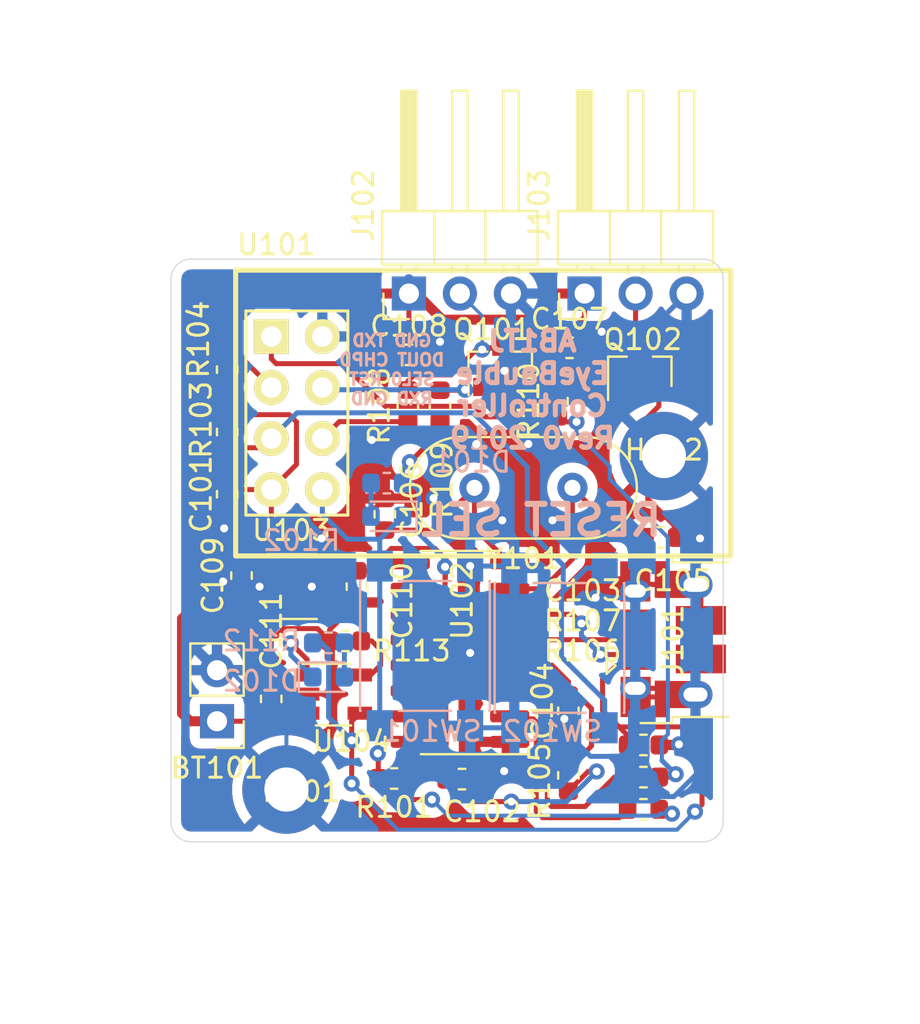
<source format=kicad_pcb>
(kicad_pcb (version 20190907) (host pcbnew "(5.99.0-286-g11f0acefe)")
  (layers (0 "F.Cu" signal) (31 "B.Cu" signal) (34 "B.Paste" user hide) (35 "F.Paste" user hide) (36 "B.SilkS" user) (37 "F.SilkS" user) (38 "B.Mask" user hide) (39 "F.Mask" user hide) (44 "Edge.Cuts" user))
  (net 0 "")
  (net 1 "GND")
  (net 2 "+BATT")
  (net 3 "+3V3")
  (net 4 "+5V")
  (net 5 "Net-(C104-Pad1)")
  (net 6 "Net-(C105-Pad1)")
  (net 7 "Net-(C106-Pad1)")
  (net 8 "Net-(D101-Pad2)")
  (net 9 "Net-(D101-Pad1)")
  (net 10 "Net-(J101-Pad3)")
  (net 11 "Net-(J101-Pad2)")
  (net 12 "/LED1")
  (net 13 "/LED2")
  (net 14 "/DOUT")
  (net 15 "Net-(R103-Pad2)")
  (net 16 "Net-(R106-Pad2)")
  (net 17 "/SEL1")
  (net 18 "/SEL0")
  (net 19 "Net-(D102-Pad2)")
  (net 20 "Net-(D102-Pad1)")
  (net 21 "Net-(R104-Pad2)")
  (net 22 "Net-(R107-Pad2)")
  (net 23 "Net-(R113-Pad1)")
  (module "MountingHole:MountingHole_2.2mm_M2_Pad" (layer "F.Cu") (at 150.55 49.8)
    (fp_text reference "H102" (at 0 -0.3) (layer "F.SilkS"))
    (fp_text value "MountingHole_Pad")
    (pad "1" thru_hole circle (at 0 0) (size 4.4 4.4) (drill 2.2) (layers *.Cu *.Mask) (net 1 "GND"))
  )
  (module "MountingHole:MountingHole_2.2mm_M2_Pad" (layer "F.Cu") (at 131.75 66.4)
    (fp_text reference "H101" (at 0.75 0.1) (layer "F.SilkS"))
    (fp_text value "MountingHole_Pad")
    (pad "1" thru_hole circle (at 0 0) (size 4.4 4.4) (drill 2.2) (layers *.Cu *.Mask) (net 1 "GND"))
  )
  (module "ESP8266:ESP-01" (layer "F.Cu") (at 131 43.85)
    (fp_text reference "U101" (at 0.254 -4.572) (layer "F.SilkS"))
    (fp_text value "ESP-01v090")
    (pad "8" thru_hole oval (at 2.54 7.62) (size 1.7272 1.7272) (drill 1.016) (layers *.Cu *.Mask "F.SilkS") (net 9 "Net-(D101-Pad1)"))
    (pad "7" thru_hole oval (at 0 7.62) (size 1.7272 1.7272) (drill 1.016) (layers *.Cu *.Mask "F.SilkS") (net 3 "+3V3"))
    (pad "6" thru_hole oval (at 2.54 5.08) (size 1.7272 1.7272) (drill 1.016) (layers *.Cu *.Mask "F.SilkS") (net 18 "/SEL0"))
    (pad "5" thru_hole oval (at 0 5.08) (size 1.7272 1.7272) (drill 1.016) (layers *.Cu *.Mask "F.SilkS") (net 15 "Net-(R103-Pad2)"))
    (pad "4" thru_hole oval (at 2.54 2.54) (size 1.7272 1.7272) (drill 1.016) (layers *.Cu *.Mask "F.SilkS") (net 14 "/DOUT"))
    (pad "3" thru_hole oval (at 0 2.54) (size 1.7272 1.7272) (drill 1.016) (layers *.Cu *.Mask "F.SilkS") (net 21 "Net-(R104-Pad2)"))
    (pad "2" thru_hole oval (at 2.54 0) (size 1.7272 1.7272) (drill 1.016) (layers *.Cu *.Mask "F.SilkS") (net 1 "GND"))
    (pad "1" thru_hole rect (at 0 0) (size 1.7272 1.7272) (drill 1.016) (layers *.Cu *.Mask "F.SilkS") (net 17 "/SEL1"))
  )
  (module "Crystal:Crystal_HC49-U_Vertical" (layer "F.Cu") (at 145.99375 51.38125 180)
    (fp_text reference "Y101" (at 2.44 -3.525) (layer "F.SilkS"))
    (fp_text value "Crystal")
    (pad "2" thru_hole circle (at 4.88 0 180) (size 1.5 1.5) (drill 0.8) (layers *.Cu *.Mask) (net 7 "Net-(C106-Pad1)"))
    (pad "1" thru_hole circle (at 0 0 180) (size 1.5 1.5) (drill 0.8) (layers *.Cu *.Mask) (net 6 "Net-(C105-Pad1)"))
  )
  (module "Package_TO_SOT_SMD:TSOT-23-5" (layer "F.Cu") (at 134.093751 61.649999)
    (fp_text reference "U104" (at 0.906249 2.350001) (layer "F.SilkS"))
    (fp_text value "LTC4054ES5-4.2")
    (pad "5" smd rect (at 1.31 -0.95) (size 1.22 0.65) (layers "F.Cu" "F.Paste" "F.Mask") (net 23 "Net-(R113-Pad1)"))
    (pad "4" smd rect (at 1.31 0.95) (size 1.22 0.65) (layers "F.Cu" "F.Paste" "F.Mask") (net 4 "+5V"))
    (pad "3" smd rect (at -1.31 0.95) (size 1.22 0.65) (layers "F.Cu" "F.Paste" "F.Mask") (net 2 "+BATT"))
    (pad "2" smd rect (at -1.31 0) (size 1.22 0.65) (layers "F.Cu" "F.Paste" "F.Mask") (net 1 "GND"))
    (pad "1" smd rect (at -1.31 -0.95) (size 1.22 0.65) (layers "F.Cu" "F.Paste" "F.Mask") (net 20 "Net-(D102-Pad1)"))
  )
  (module "Package_TO_SOT_SMD:SOT-23-5" (layer "F.Cu") (at 132.3625 56.3)
    (fp_text reference "U103" (at -0.3625 -2.8) (layer "F.SilkS"))
    (fp_text value "AP131-33")
    (pad "5" smd rect (at 1.1 -0.95) (size 1.06 0.65) (layers "F.Cu" "F.Paste" "F.Mask") (net 3 "+3V3"))
    (pad "4" smd rect (at 1.1 0.95) (size 1.06 0.65) (layers "F.Cu" "F.Paste" "F.Mask"))
    (pad "3" smd rect (at -1.1 0.95) (size 1.06 0.65) (layers "F.Cu" "F.Paste" "F.Mask") (net 2 "+BATT"))
    (pad "2" smd rect (at -1.1 0) (size 1.06 0.65) (layers "F.Cu" "F.Paste" "F.Mask") (net 1 "GND"))
    (pad "1" smd rect (at -1.1 -0.95) (size 1.06 0.65) (layers "F.Cu" "F.Paste" "F.Mask") (net 2 "+BATT"))
  )
  (module "Package_SO:SOIC-16_3.9x9.9mm_P1.27mm" (layer "F.Cu") (at 140.39375 59.58125 180)
    (fp_text reference "U102" (at -0.10625 2.58125 90) (layer "F.SilkS"))
    (fp_text value "CH340G")
    (pad "16" smd roundrect (at 2.475 -4.445 180) (size 1.95 0.6) (layers "F.Cu" "F.Paste" "F.Mask") (net 3 "+3V3"))
    (pad "15" smd roundrect (at 2.475 -3.175 180) (size 1.95 0.6) (layers "F.Cu" "F.Paste" "F.Mask"))
    (pad "14" smd roundrect (at 2.475 -1.905 180) (size 1.95 0.6) (layers "F.Cu" "F.Paste" "F.Mask"))
    (pad "13" smd roundrect (at 2.475 -0.635 180) (size 1.95 0.6) (layers "F.Cu" "F.Paste" "F.Mask"))
    (pad "12" smd roundrect (at 2.475 0.635 180) (size 1.95 0.6) (layers "F.Cu" "F.Paste" "F.Mask"))
    (pad "11" smd roundrect (at 2.475 1.905 180) (size 1.95 0.6) (layers "F.Cu" "F.Paste" "F.Mask"))
    (pad "10" smd roundrect (at 2.475 3.175 180) (size 1.95 0.6) (layers "F.Cu" "F.Paste" "F.Mask"))
    (pad "9" smd roundrect (at 2.475 4.445 180) (size 1.95 0.6) (layers "F.Cu" "F.Paste" "F.Mask"))
    (pad "8" smd roundrect (at -2.475 4.445 180) (size 1.95 0.6) (layers "F.Cu" "F.Paste" "F.Mask") (net 7 "Net-(C106-Pad1)"))
    (pad "7" smd roundrect (at -2.475 3.175 180) (size 1.95 0.6) (layers "F.Cu" "F.Paste" "F.Mask") (net 6 "Net-(C105-Pad1)"))
    (pad "6" smd roundrect (at -2.475 1.905 180) (size 1.95 0.6) (layers "F.Cu" "F.Paste" "F.Mask") (net 11 "Net-(J101-Pad2)"))
    (pad "5" smd roundrect (at -2.475 0.635 180) (size 1.95 0.6) (layers "F.Cu" "F.Paste" "F.Mask") (net 10 "Net-(J101-Pad3)"))
    (pad "4" smd roundrect (at -2.475 -0.635 180) (size 1.95 0.6) (layers "F.Cu" "F.Paste" "F.Mask") (net 5 "Net-(C104-Pad1)"))
    (pad "3" smd roundrect (at -2.475 -1.905 180) (size 1.95 0.6) (layers "F.Cu" "F.Paste" "F.Mask") (net 22 "Net-(R107-Pad2)"))
    (pad "2" smd roundrect (at -2.475 -3.175 180) (size 1.95 0.6) (layers "F.Cu" "F.Paste" "F.Mask") (net 16 "Net-(R106-Pad2)"))
    (pad "1" smd roundrect (at -2.475 -4.445 180) (size 1.95 0.6) (layers "F.Cu" "F.Paste" "F.Mask") (net 1 "GND"))
  )
  (module "Button_Switch_SMD:SW_Push_1P1T_NO_6x6mm_H9.5mm" (layer "B.Cu") (at 145.35 59.35 90)
    (fp_text reference "SW102" (at -4.15 -0.35 180) (layer "B.SilkS") (effects (justify mirror)))
    (fp_text value "SW_Push")
    (pad "2" smd rect (at 3.975 -2.25 90) (size 1.55 1.3) (layers "B.Cu" "B.Paste" "B.Mask") (net 1 "GND"))
    (pad "1" smd rect (at 3.975 2.25 90) (size 1.55 1.3) (layers "B.Cu" "B.Paste" "B.Mask") (net 15 "Net-(R103-Pad2)"))
    (pad "1" smd rect (at -3.975 2.25 90) (size 1.55 1.3) (layers "B.Cu" "B.Paste" "B.Mask") (net 15 "Net-(R103-Pad2)"))
    (pad "2" smd rect (at -3.975 -2.25 90) (size 1.55 1.3) (layers "B.Cu" "B.Paste" "B.Mask") (net 1 "GND"))
  )
  (module "Button_Switch_SMD:SW_Push_1P1T_NO_6x6mm_H9.5mm" (layer "B.Cu") (at 138.65 59.25 90)
    (fp_text reference "SW101" (at -4.25 0.35 180) (layer "B.SilkS") (effects (justify mirror)))
    (fp_text value "SW_Push")
    (pad "2" smd rect (at 3.975 -2.25 90) (size 1.55 1.3) (layers "B.Cu" "B.Paste" "B.Mask") (net 9 "Net-(D101-Pad1)"))
    (pad "1" smd rect (at 3.975 2.25 90) (size 1.55 1.3) (layers "B.Cu" "B.Paste" "B.Mask") (net 1 "GND"))
    (pad "1" smd rect (at -3.975 2.25 90) (size 1.55 1.3) (layers "B.Cu" "B.Paste" "B.Mask") (net 1 "GND"))
    (pad "2" smd rect (at -3.975 -2.25 90) (size 1.55 1.3) (layers "B.Cu" "B.Paste" "B.Mask") (net 9 "Net-(D101-Pad1)"))
  )
  (module "Resistor_SMD:R_0603_1608Metric" (layer "F.Cu") (at 134.69375 59 180)
    (fp_text reference "R113" (at -3.30625 -0.5) (layer "F.SilkS"))
    (fp_text value "1.65K")
    (pad "2" smd roundrect (at 0.7875 0 180) (size 0.875 0.95) (layers "F.Cu" "F.Paste" "F.Mask") (net 1 "GND"))
    (pad "1" smd roundrect (at -0.7875 0 180) (size 0.875 0.95) (layers "F.Cu" "F.Paste" "F.Mask") (net 23 "Net-(R113-Pad1)"))
  )
  (module "Resistor_SMD:R_0603_1608Metric" (layer "B.Cu") (at 133.85 59.1)
    (fp_text reference "R112" (at -3.35 -0.1) (layer "B.SilkS") (effects (justify mirror)))
    (fp_text value "470")
    (pad "2" smd roundrect (at 0.7875 0) (size 0.875 0.95) (layers "B.Cu" "B.Paste" "B.Mask") (net 19 "Net-(D102-Pad2)"))
    (pad "1" smd roundrect (at -0.7875 0) (size 0.875 0.95) (layers "B.Cu" "B.Paste" "B.Mask") (net 4 "+5V"))
  )
  (module "Resistor_SMD:R_0603_1608Metric" (layer "F.Cu") (at 145.25 47.062498 90)
    (fp_text reference "R110" (at 0 -1.43 90) (layer "F.SilkS"))
    (fp_text value "2k2")
    (pad "2" smd roundrect (at 0.7875 0 90) (size 0.875 0.95) (layers "F.Cu" "F.Paste" "F.Mask") (net 13 "/LED2"))
    (pad "1" smd roundrect (at -0.7875 0 90) (size 0.875 0.95) (layers "F.Cu" "F.Paste" "F.Mask") (net 17 "/SEL1"))
  )
  (module "Resistor_SMD:R_0603_1608Metric" (layer "F.Cu") (at 139.4 47.312498 90)
    (fp_text reference "R109" (at -3.687502 0.1 90) (layer "F.SilkS"))
    (fp_text value "R")
    (pad "2" smd roundrect (at 0.7875 0 90) (size 0.875 0.95) (layers "F.Cu" "F.Paste" "F.Mask") (net 14 "/DOUT"))
    (pad "1" smd roundrect (at -0.7875 0 90) (size 0.875 0.95) (layers "F.Cu" "F.Paste" "F.Mask") (net 3 "+3V3"))
  )
  (module "Resistor_SMD:R_0603_1608Metric" (layer "F.Cu") (at 137.8 47.3 90)
    (fp_text reference "R108" (at 0 -1.43 90) (layer "F.SilkS"))
    (fp_text value "2k2")
    (pad "2" smd roundrect (at 0.7875 0 90) (size 0.875 0.95) (layers "F.Cu" "F.Paste" "F.Mask") (net 12 "/LED1"))
    (pad "1" smd roundrect (at -0.7875 0 90) (size 0.875 0.95) (layers "F.Cu" "F.Paste" "F.Mask") (net 18 "/SEL0"))
  )
  (module "Resistor_SMD:R_0603_1608Metric" (layer "F.Cu") (at 149.531251 65.781249 180)
    (fp_text reference "R107" (at 3.031251 7.781249) (layer "F.SilkS"))
    (fp_text value "1k")
    (pad "2" smd roundrect (at 0.7875 0 180) (size 0.875 0.95) (layers "F.Cu" "F.Paste" "F.Mask") (net 22 "Net-(R107-Pad2)"))
    (pad "1" smd roundrect (at -0.7875 0 180) (size 0.875 0.95) (layers "F.Cu" "F.Paste" "F.Mask") (net 17 "/SEL1"))
  )
  (module "Resistor_SMD:R_0603_1608Metric" (layer "F.Cu") (at 149.531251 67.381251 180)
    (fp_text reference "R106" (at 3.031251 7.881251) (layer "F.SilkS"))
    (fp_text value "1k")
    (pad "2" smd roundrect (at 0.7875 0 180) (size 0.875 0.95) (layers "F.Cu" "F.Paste" "F.Mask") (net 16 "Net-(R106-Pad2)"))
    (pad "1" smd roundrect (at -0.7875 0 180) (size 0.875 0.95) (layers "F.Cu" "F.Paste" "F.Mask") (net 9 "Net-(D101-Pad1)"))
  )
  (module "Resistor_SMD:R_0603_1608Metric" (layer "F.Cu") (at 145.793748 65.693749 90)
    (fp_text reference "R105" (at -0.306251 -1.43 90) (layer "F.SilkS"))
    (fp_text value "0")
    (pad "2" smd roundrect (at 0.7875 0 90) (size 0.875 0.95) (layers "F.Cu" "F.Paste" "F.Mask") (net 3 "+3V3"))
    (pad "1" smd roundrect (at -0.7875 0 90) (size 0.875 0.95) (layers "F.Cu" "F.Paste" "F.Mask") (net 5 "Net-(C104-Pad1)"))
  )
  (module "Resistor_SMD:R_0603_1608Metric" (layer "F.Cu") (at 128.8 45.5 90)
    (fp_text reference "R104" (at 1.5 -1.43 90) (layer "F.SilkS"))
    (fp_text value "10K")
    (pad "2" smd roundrect (at 0.7875 0 90) (size 0.875 0.95) (layers "F.Cu" "F.Paste" "F.Mask") (net 21 "Net-(R104-Pad2)"))
    (pad "1" smd roundrect (at -0.7875 0 90) (size 0.875 0.95) (layers "F.Cu" "F.Paste" "F.Mask") (net 3 "+3V3"))
  )
  (module "Resistor_SMD:R_0603_1608Metric" (layer "F.Cu") (at 128.8 48.6 -90)
    (fp_text reference "R103" (at -0.6 1.3 90) (layer "F.SilkS"))
    (fp_text value "10K")
    (pad "2" smd roundrect (at 0.7875 0 270) (size 0.875 0.95) (layers "F.Cu" "F.Paste" "F.Mask") (net 15 "Net-(R103-Pad2)"))
    (pad "1" smd roundrect (at -0.7875 0 270) (size 0.875 0.95) (layers "F.Cu" "F.Paste" "F.Mask") (net 3 "+3V3"))
  )
  (module "Resistor_SMD:R_0603_1608Metric" (layer "B.Cu") (at 136.75 51.15 180)
    (fp_text reference "R102" (at 4.25 -2.85) (layer "B.SilkS") (effects (justify mirror)))
    (fp_text value "R")
    (pad "2" smd roundrect (at 0.7875 0 180) (size 0.875 0.95) (layers "B.Cu" "B.Paste" "B.Mask") (net 8 "Net-(D101-Pad2)"))
    (pad "1" smd roundrect (at -0.7875 0 180) (size 0.875 0.95) (layers "B.Cu" "B.Paste" "B.Mask") (net 3 "+3V3"))
  )
  (module "Resistor_SMD:R_0603_1608Metric" (layer "F.Cu") (at 137.112499 65.85 180)
    (fp_text reference "R101" (at 0 -1.43 180) (layer "F.SilkS"))
    (fp_text value "10K")
    (pad "2" smd roundrect (at 0.7875 0 180) (size 0.875 0.95) (layers "F.Cu" "F.Paste" "F.Mask") (net 9 "Net-(D101-Pad1)"))
    (pad "1" smd roundrect (at -0.7875 0 180) (size 0.875 0.95) (layers "F.Cu" "F.Paste" "F.Mask") (net 3 "+3V3"))
  )
  (module "Package_TO_SOT_SMD:SOT-23" (layer "F.Cu") (at 149.35 45.612498 90)
    (fp_text reference "Q102" (at 1.612498 0.15 180) (layer "F.SilkS"))
    (fp_text value "Q_NMOS_GSD")
    (pad "3" smd rect (at 1 0 90) (size 0.9 0.8) (layers "F.Cu" "F.Paste" "F.Mask") (net 13 "/LED2"))
    (pad "2" smd rect (at -1 0.95 90) (size 0.9 0.8) (layers "F.Cu" "F.Paste" "F.Mask") (net 1 "GND"))
    (pad "1" smd rect (at -1 -0.95 90) (size 0.9 0.8) (layers "F.Cu" "F.Paste" "F.Mask") (net 14 "/DOUT"))
  )
  (module "Package_TO_SOT_SMD:SOT-23" (layer "F.Cu") (at 142.400001 45.362498 90)
    (fp_text reference "Q101" (at 1.862498 -0.400001 180) (layer "F.SilkS"))
    (fp_text value "Q_NMOS_GSD")
    (pad "3" smd rect (at 1 0 90) (size 0.9 0.8) (layers "F.Cu" "F.Paste" "F.Mask") (net 12 "/LED1"))
    (pad "2" smd rect (at -1 0.95 90) (size 0.9 0.8) (layers "F.Cu" "F.Paste" "F.Mask") (net 1 "GND"))
    (pad "1" smd rect (at -1 -0.95 90) (size 0.9 0.8) (layers "F.Cu" "F.Paste" "F.Mask") (net 14 "/DOUT"))
  )
  (module "Connector_PinHeader_2.54mm:PinHeader_1x03_P2.54mm_Horizontal" (layer "F.Cu") (at 146.600001 41.712497 90)
    (fp_text reference "J103" (at 4.385 -2.27 90) (layer "F.SilkS"))
    (fp_text value "Conn_01x03_Female")
    (pad "3" thru_hole oval (at 0 5.08 90) (size 1.7 1.7) (drill 1) (layers *.Cu *.Mask) (net 1 "GND"))
    (pad "2" thru_hole oval (at 0 2.54 90) (size 1.7 1.7) (drill 1) (layers *.Cu *.Mask) (net 13 "/LED2"))
    (pad "1" thru_hole rect (at 0 0 90) (size 1.7 1.7) (drill 1) (layers *.Cu *.Mask) (net 2 "+BATT"))
  )
  (module "Connector_PinHeader_2.54mm:PinHeader_1x03_P2.54mm_Horizontal" (layer "F.Cu") (at 137.850001 41.712498 90)
    (fp_text reference "J102" (at 4.385 -2.27 90) (layer "F.SilkS"))
    (fp_text value "Conn_01x03_Female")
    (pad "3" thru_hole oval (at 0 5.08 90) (size 1.7 1.7) (drill 1) (layers *.Cu *.Mask) (net 1 "GND"))
    (pad "2" thru_hole oval (at 0 2.54 90) (size 1.7 1.7) (drill 1) (layers *.Cu *.Mask) (net 12 "/LED1"))
    (pad "1" thru_hole rect (at 0 0 90) (size 1.7 1.7) (drill 1) (layers *.Cu *.Mask) (net 2 "+BATT"))
  )
  (module "Connector_USB:USB_Micro-B_Amphenol_10103594-0001LF_Horizontal" (layer "F.Cu") (at 151.00875 58.916251 90)
    (fp_text reference "J101" (at -0.083749 -0.00875 90) (layer "F.SilkS"))
    (fp_text value "USB_B_Micro")
    (pad "6" smd rect (at 0.935 1.385 180) (size 2.5 1.43) (layers "F.Cu" "F.Paste" "F.Mask") (net 1 "GND"))
    (pad "6" smd rect (at -0.985 1.385 180) (size 2.5 1.43) (layers "F.Cu" "F.Paste" "F.Mask") (net 1 "GND"))
    (pad "6" thru_hole oval (at 2.705 1.115 180) (size 1.7 1.35) (drill oval 1.2 0.7) (layers *.Cu *.Mask) (net 1 "GND"))
    (pad "6" thru_hole oval (at -2.755 1.115 180) (size 1.7 1.35) (drill oval 1.2 0.7) (layers *.Cu *.Mask) (net 1 "GND"))
    (pad "6" thru_hole oval (at 2.395 -1.885 180) (size 1.5 1.1) (drill oval 1.05 0.65) (layers *.Cu *.Mask) (net 1 "GND"))
    (pad "6" thru_hole oval (at -2.445 -1.885 180) (size 1.5 1.1) (drill oval 1.05 0.65) (layers *.Cu *.Mask) (net 1 "GND"))
    (pad "5" smd rect (at 1.275 -1.765 180) (size 1.65 0.4) (layers "F.Cu" "F.Paste" "F.Mask") (net 1 "GND"))
    (pad "4" smd rect (at 0.625 -1.765 180) (size 1.65 0.4) (layers "F.Cu" "F.Paste" "F.Mask"))
    (pad "3" smd rect (at -0.025 -1.765 180) (size 1.65 0.4) (layers "F.Cu" "F.Paste" "F.Mask") (net 10 "Net-(J101-Pad3)"))
    (pad "2" smd rect (at -0.675 -1.765 180) (size 1.65 0.4) (layers "F.Cu" "F.Paste" "F.Mask") (net 11 "Net-(J101-Pad2)"))
    (pad "1" smd rect (at -1.325 -1.765 180) (size 1.65 0.4) (layers "F.Cu" "F.Paste" "F.Mask") (net 4 "+5V"))
    (pad "6" smd rect (at 2.875 -1.885 90) (size 2 1.5) (layers "F.Cu" "F.Paste" "F.Mask") (net 1 "GND"))
    (pad "6" smd rect (at -2.875 -1.865 90) (size 2 1.5) (layers "F.Cu" "F.Paste" "F.Mask") (net 1 "GND"))
    (pad "6" smd rect (at 2.975 -0.565 90) (size 1.825 0.7) (layers "F.Cu" "F.Paste" "F.Mask") (net 1 "GND"))
    (pad "6" smd rect (at -2.975 -0.565 90) (size 1.825 0.7) (layers "F.Cu" "F.Paste" "F.Mask") (net 1 "GND"))
    (pad "6" smd rect (at -2.755 0.185 90) (size 1.35 2) (layers "F.Cu" "F.Paste" "F.Mask") (net 1 "GND"))
    (pad "6" smd rect (at 2.725 0.185 90) (size 1.35 2) (layers "F.Cu" "F.Paste" "F.Mask") (net 1 "GND"))
  )
  (module "LED_SMD:LED_0603_1608Metric" (layer "B.Cu") (at 133.85 60.8)
    (fp_text reference "D102" (at -3.35 0.2) (layer "B.SilkS") (effects (justify mirror)))
    (fp_text value "LED")
    (pad "2" smd roundrect (at 0.7875 0) (size 0.875 0.95) (layers "B.Cu" "B.Paste" "B.Mask") (net 19 "Net-(D102-Pad2)"))
    (pad "1" smd roundrect (at -0.7875 0) (size 0.875 0.95) (layers "B.Cu" "B.Paste" "B.Mask") (net 20 "Net-(D102-Pad1)"))
  )
  (module "LED_SMD:LED_0603_1608Metric" (layer "B.Cu") (at 136.75 52.8 180)
    (fp_text reference "D101" (at -4.25 2.7) (layer "B.SilkS") (effects (justify mirror)))
    (fp_text value "LED")
    (pad "2" smd roundrect (at 0.7875 0 180) (size 0.875 0.95) (layers "B.Cu" "B.Paste" "B.Mask") (net 8 "Net-(D101-Pad2)"))
    (pad "1" smd roundrect (at -0.7875 0 180) (size 0.875 0.95) (layers "B.Cu" "B.Paste" "B.Mask") (net 9 "Net-(D101-Pad1)"))
  )
  (module "Capacitor_SMD:C_0603_1608Metric" (layer "F.Cu") (at 130.99375 61.887503 90)
    (fp_text reference "C111" (at 3.387503 0.00625 90) (layer "F.SilkS"))
    (fp_text value "C")
    (pad "2" smd roundrect (at 0.7875 0 90) (size 0.875 0.95) (layers "F.Cu" "F.Paste" "F.Mask") (net 1 "GND"))
    (pad "1" smd roundrect (at -0.7875 0 90) (size 0.875 0.95) (layers "F.Cu" "F.Paste" "F.Mask") (net 2 "+BATT"))
  )
  (module "Capacitor_SMD:C_0603_1608Metric" (layer "F.Cu") (at 135.2625 56.3 90)
    (fp_text reference "C110" (at -0.7 2.2375 90) (layer "F.SilkS"))
    (fp_text value "C")
    (pad "2" smd roundrect (at 0.7875 0 90) (size 0.875 0.95) (layers "F.Cu" "F.Paste" "F.Mask") (net 3 "+3V3"))
    (pad "1" smd roundrect (at -0.7875 0 90) (size 0.875 0.95) (layers "F.Cu" "F.Paste" "F.Mask") (net 1 "GND"))
  )
  (module "Capacitor_SMD:C_0603_1608Metric" (layer "F.Cu") (at 129.5125 55.75 90)
    (fp_text reference "C109" (at 0 -1.43 90) (layer "F.SilkS"))
    (fp_text value "C")
    (pad "2" smd roundrect (at 0.7875 0 90) (size 0.875 0.95) (layers "F.Cu" "F.Paste" "F.Mask") (net 2 "+BATT"))
    (pad "1" smd roundrect (at -0.7875 0 90) (size 0.875 0.95) (layers "F.Cu" "F.Paste" "F.Mask") (net 1 "GND"))
  )
  (module "Capacitor_SMD:C_0603_1608Metric" (layer "F.Cu") (at 137.85 44.762497)
    (fp_text reference "C108" (at 0 -1.43) (layer "F.SilkS"))
    (fp_text value "C")
    (pad "2" smd roundrect (at 0.7875 0) (size 0.875 0.95) (layers "F.Cu" "F.Paste" "F.Mask") (net 1 "GND"))
    (pad "1" smd roundrect (at -0.7875 0) (size 0.875 0.95) (layers "F.Cu" "F.Paste" "F.Mask") (net 2 "+BATT"))
  )
  (module "Capacitor_SMD:C_0603_1608Metric" (layer "F.Cu") (at 145.85 44.412498)
    (fp_text reference "C107" (at 0 -1.43) (layer "F.SilkS"))
    (fp_text value "C")
    (pad "2" smd roundrect (at 0.7875 0) (size 0.875 0.95) (layers "F.Cu" "F.Paste" "F.Mask") (net 1 "GND"))
    (pad "1" smd roundrect (at -0.7875 0) (size 0.875 0.95) (layers "F.Cu" "F.Paste" "F.Mask") (net 2 "+BATT"))
  )
  (module "Capacitor_SMD:C_0603_1608Metric" (layer "F.Cu") (at 136.65 52.7 90)
    (fp_text reference "C106" (at 0.7 1.35 90) (layer "F.SilkS"))
    (fp_text value "C")
    (pad "2" smd roundrect (at 0.7875 0 90) (size 0.875 0.95) (layers "F.Cu" "F.Paste" "F.Mask") (net 1 "GND"))
    (pad "1" smd roundrect (at -0.7875 0 90) (size 0.875 0.95) (layers "F.Cu" "F.Paste" "F.Mask") (net 7 "Net-(C106-Pad1)"))
  )
  (module "Capacitor_SMD:C_0603_1608Metric" (layer "F.Cu") (at 150.4 53.85)
    (fp_text reference "C105" (at 0.6 2.15) (layer "F.SilkS"))
    (fp_text value "C")
    (pad "2" smd roundrect (at 0.7875 0) (size 0.875 0.95) (layers "F.Cu" "F.Paste" "F.Mask") (net 1 "GND"))
    (pad "1" smd roundrect (at -0.7875 0) (size 0.875 0.95) (layers "F.Cu" "F.Paste" "F.Mask") (net 6 "Net-(C105-Pad1)"))
  )
  (module "Capacitor_SMD:C_0603_1608Metric" (layer "F.Cu") (at 145.79375 62.48125 -90)
    (fp_text reference "C104" (at -0.48125 1.29375 90) (layer "F.SilkS"))
    (fp_text value "C")
    (pad "2" smd roundrect (at 0.7875 0 270) (size 0.875 0.95) (layers "F.Cu" "F.Paste" "F.Mask") (net 1 "GND"))
    (pad "1" smd roundrect (at -0.7875 0 270) (size 0.875 0.95) (layers "F.Cu" "F.Paste" "F.Mask") (net 5 "Net-(C104-Pad1)"))
  )
  (module "Capacitor_SMD:C_0603_1608Metric" (layer "F.Cu") (at 149.53125 64.18125)
    (fp_text reference "C103" (at -3.03125 -7.68125) (layer "F.SilkS"))
    (fp_text value "C")
    (pad "2" smd roundrect (at 0.7875 0) (size 0.875 0.95) (layers "F.Cu" "F.Paste" "F.Mask") (net 1 "GND"))
    (pad "1" smd roundrect (at -0.7875 0) (size 0.875 0.95) (layers "F.Cu" "F.Paste" "F.Mask") (net 4 "+5V"))
  )
  (module "Capacitor_SMD:C_0603_1608Metric" (layer "F.Cu") (at 140.493752 65.881249)
    (fp_text reference "C102" (at 1.006248 1.618751) (layer "F.SilkS"))
    (fp_text value "C")
    (pad "2" smd roundrect (at 0.7875 0) (size 0.875 0.95) (layers "F.Cu" "F.Paste" "F.Mask") (net 1 "GND"))
    (pad "1" smd roundrect (at -0.7875 0) (size 0.875 0.95) (layers "F.Cu" "F.Paste" "F.Mask") (net 3 "+3V3"))
  )
  (module "Capacitor_SMD:C_0603_1608Metric" (layer "F.Cu") (at 128.8 51.7 -90)
    (fp_text reference "C101" (at 0 1.3 90) (layer "F.SilkS"))
    (fp_text value "C")
    (pad "2" smd roundrect (at 0.7875 0 270) (size 0.875 0.95) (layers "F.Cu" "F.Paste" "F.Mask") (net 1 "GND"))
    (pad "1" smd roundrect (at -0.7875 0 270) (size 0.875 0.95) (layers "F.Cu" "F.Paste" "F.Mask") (net 3 "+3V3"))
  )
  (module "Connector_PinHeader_2.54mm:PinHeader_1x02_P2.54mm_Vertical" (layer "F.Cu") (at 128.29375 63 180)
    (fp_text reference "BT101" (at 0 -2.33) (layer "F.SilkS"))
    (fp_text value "Battery_Cell")
    (pad "2" thru_hole oval (at 0 2.54 180) (size 1.7 1.7) (drill 1) (layers *.Cu *.Mask) (net 1 "GND"))
    (pad "1" thru_hole rect (at 0 0 180) (size 1.7 1.7) (drill 1) (layers *.Cu *.Mask) (net 2 "+BATT"))
  )
  (gr_text "GND TXD\nDOUT CHPD\nSEL0 RST\nRXD GND" (at 137 45.5) (layer "B.SilkS") (effects (font (size 0.6 0.6)) (justify mirror)))
  (gr_text "AB1TJ\nEyeBauble\nController\nRev0 2019\n" (at 144 46.5) (layer "B.SilkS") (effects (font (size 1 1) (thickness 0.25)) (justify mirror)))
  (gr_text "SEL" (at 140.5 53) (layer "B.SilkS") (effects (font (size 1.5 1.5) (thickness 0.3)) (justify mirror)))
  (gr_text "RESET" (at 147 53) (layer "B.SilkS") (effects (font (size 1.5 1.5) (thickness 0.3)) (justify mirror)))
  (gr_line (start 126 41) (end 126 42) (layer "Edge.Cuts") (width 0.05))
  (gr_line (start 128 40) (end 127 40) (layer "Edge.Cuts") (width 0.05))
  (gr_arc (start 127 41) (end 127 40) (angle -90) (layer "Edge.Cuts") (width 0.05))
  (gr_line (start 152.499999 39.999999) (end 128 40) (layer "Edge.Cuts") (width 0.05))
  (gr_line (start 153.500001 43) (end 153.5 41.000002) (layer "Edge.Cuts") (width 0.05))
  (gr_arc (start 152.499998 41.000001) (end 153.5 41.000002) (angle -90) (layer "Edge.Cuts") (width 0.05))
  (gr_line (start 153.500001 68.000001) (end 153.500001 43) (layer "Edge.Cuts") (width 0.05))
  (gr_line (start 152 69) (end 152.499999 69.000001) (layer "Edge.Cuts") (width 0.05))
  (gr_arc (start 152.5 68) (end 152.499999 69.000001) (angle -90) (layer "Edge.Cuts") (width 0.05))
  (gr_line (start 126 68) (end 126 42) (layer "Edge.Cuts") (width 0.05))
  (gr_line (start 127 69) (end 152 69) (layer "Edge.Cuts") (width 0.05))
  (gr_arc (start 127 68) (end 126 68) (angle -90) (layer "Edge.Cuts") (width 0.05))
  (segment (start 142.600001 45.562498) (end 144.550001 43.612498) (width 0.5) (layer "B.Cu") (net 1))
  (segment (start 144.550001 43.612498) (end 144.83 43.612498) (width 0.5) (layer "B.Cu") (net 1))
  (segment (start 142.600001 45.562498) (end 142.034316 45.562498) (width 0.5) (layer "B.Cu") (net 1))
  (segment (start 142.034316 45.562498) (end 141.971818 45.5) (width 0.5) (layer "B.Cu") (net 1))
  (segment (start 141.971818 45.5) (end 140.5 45.5) (width 0.5) (layer "B.Cu") (net 1))
  (segment (start 140.5 45.5) (end 139.400001 44.400001) (width 0.5) (layer "B.Cu") (net 1))
  (segment (start 139.400001 44.400001) (end 139.400001 44.112498) (width 0.5) (layer "B.Cu") (net 1))
  (segment (start 142.930001 41.712498) (end 144.830002 43.612499) (width 0.5) (layer "B.Cu") (net 1))
  (segment (start 144.830002 43.612499) (end 147.450001 43.612499) (width 0.5) (layer "B.Cu") (net 1))
  (segment (start 135.35 41.35) (end 136.5 42.5) (width 0.5) (layer "B.Cu") (net 1))
  (segment (start 130.962798 41.35) (end 135.35 41.35) (width 0.5) (layer "B.Cu") (net 1))
  (segment (start 126.8 45.512798) (end 130.962798 41.35) (width 0.5) (layer "B.Cu") (net 1))
  (segment (start 136.5 42.5) (end 136.5 42.872499) (width 0.5) (layer "B.Cu") (net 1))
  (segment (start 126.8 58.96625) (end 126.8 45.512798) (width 0.5) (layer "B.Cu") (net 1))
  (segment (start 128.29375 60.46) (end 126.8 58.96625) (width 0.5) (layer "B.Cu") (net 1))
  (segment (start 136.5 42.872499) (end 137.739999 44.112498) (width 0.5) (layer "B.Cu") (net 1))
  (segment (start 137.739999 44.112498) (end 138.834316 44.112498) (width 0.5) (layer "B.Cu") (net 1))
  (segment (start 138.834316 44.112498) (end 139.400001 44.112498) (width 0.5) (layer "B.Cu") (net 1))
  (segment (start 139.512499 43.012499) (end 138.212498 41.712498) (width 0.5) (layer "F.Cu") (net 2))
  (segment (start 138.212498 41.712498) (end 137.850001 41.712498) (width 0.5) (layer "F.Cu") (net 2))
  (segment (start 145.250001 41.712497) (end 143.949999 43.012499) (width 0.5) (layer "F.Cu") (net 2))
  (segment (start 146.600001 41.712497) (end 145.250001 41.712497) (width 0.5) (layer "F.Cu") (net 2))
  (segment (start 143.949999 43.012499) (end 139.512499 43.012499) (width 0.5) (layer "F.Cu") (net 2))
  (segment (start 137.850001 41.712498) (end 137.850001 41.850001) (width 0.5) (layer "B.Cu") (net 2))
  (segment (start 141.5 44.5) (end 141.5 42.822497) (width 0.16) (layer "B.Cu") (net 12))
  (segment (start 141.5 42.822497) (end 140.390001 41.712498) (width 0.16) (layer "B.Cu") (net 12))
  (segment (start 141.349999 44.362497) (end 141.5 44.5) (width 0.25) (layer "F.Cu") (net 12))
  (segment (start 141.637502 44.362498) (end 141.5 44.5) (width 0.16) (layer "F.Cu") (net 12))
  (segment (start 141.5 44.5) (end 142.400001 44.362499) (width 0.25) (layer "F.Cu") (net 12))
  (segment (start 142.400001 44.362498) (end 141.637502 44.362498) (width 0.16) (layer "F.Cu") (net 12))
  (via (at 141.5 44.5) (size 0.8) (drill 0.4) (layers "F.Cu" "B.Cu") (net 12))
  (via (at 141.204662 49.204662) (size 0.8) (drill 0.4) (layers "F.Cu" "B.Cu") (net 1))
  (segment (start 141.204662 49.204662) (end 141.209325 49.2) (width 0.25) (layer "F.Cu") (net 1))
  (via (at 136 49) (size 0.8) (drill 0.4) (layers "F.Cu" "B.Cu") (net 1))
  (via (at 145 53) (size 0.8) (drill 0.4) (layers "F.Cu" "B.Cu") (net 1))
  (via (at 142.5 53) (size 0.8) (drill 0.4) (layers "F.Cu" "B.Cu") (net 1))
  (via (at 140.9 59.6) (size 0.8) (drill 0.4) (layers "F.Cu" "B.Cu") (net 1))
  (segment (start 140.9 59.6) (end 140.9 55.275) (width 0.25) (layer "B.Cu") (net 1))
  (segment (start 131.75 66.4) (end 131.75 63.288731) (width 0.2) (layer "B.Cu") (net 1))
  (segment (start 131.75 63.288731) (end 128.921269 60.46) (width 0.2) (layer "B.Cu") (net 1))
  (segment (start 128.921269 60.46) (end 128.29375 60.46) (width 0.2) (layer "B.Cu") (net 1))
  (segment (start 150.75 63.65) (end 150.45 63.95) (width 0.2) (layer "B.Cu") (net 17))
  (segment (start 150.45 63.95) (end 150.45 64.95) (width 0.2) (layer "B.Cu") (net 17))
  (segment (start 150.75 53.85) (end 150.75 63.65) (width 0.2) (layer "B.Cu") (net 17))
  (segment (start 147.85 50.95) (end 150.75 53.85) (width 0.2) (layer "B.Cu") (net 17))
  (segment (start 147.85 50.315685) (end 147.85 50.95) (width 0.2) (layer "B.Cu") (net 17))
  (segment (start 146.2 48.1) (end 146.2 48.665685) (width 0.2) (layer "B.Cu") (net 17))
  (segment (start 146.2 48.665685) (end 147.85 50.315685) (width 0.2) (layer "B.Cu") (net 17))
  (segment (start 135 65.5) (end 135 63.95) (width 0.25) (layer "F.Cu") (net 4))
  (segment (start 135 65.85) (end 135 65.5) (width 0.25) (layer "F.Cu") (net 4))
  (segment (start 135 66.1) (end 135 65.534315) (width 0.2) (layer "F.Cu") (net 4))
  (segment (start 135 65.534315) (end 135 65.5) (width 0.2) (layer "F.Cu") (net 4))
  (segment (start 137.3 68.4) (end 135 66.1) (width 0.2) (layer "B.Cu") (net 4))
  (via (at 135 66.1) (size 0.8) (drill 0.4) (layers "F.Cu" "B.Cu") (net 4))
  (segment (start 151.2 68.4) (end 137.3 68.4) (width 0.2) (layer "B.Cu") (net 4))
  (segment (start 152.1 67.5) (end 151.2 68.4) (width 0.2) (layer "B.Cu") (net 4))
  (segment (start 152.45 67.15) (end 152.1 67.5) (width 0.2) (layer "F.Cu") (net 4))
  (via (at 152.1 67.5) (size 0.8) (drill 0.4) (layers "F.Cu" "B.Cu") (net 4))
  (segment (start 139 66.9) (end 136.899999 66.9) (width 0.25) (layer "F.Cu") (net 9))
  (segment (start 139.8 67.7) (end 139 66.9) (width 0.2) (layer "B.Cu") (net 9))
  (via (at 139 66.9) (size 0.8) (drill 0.4) (layers "F.Cu" "B.Cu") (net 9))
  (segment (start 150.284315 67.7) (end 139.8 67.7) (width 0.2) (layer "B.Cu") (net 9))
  (segment (start 150.95 67.6) (end 150.384315 67.6) (width 0.2) (layer "B.Cu") (net 9))
  (segment (start 150.384315 67.6) (end 150.284315 67.7) (width 0.2) (layer "B.Cu") (net 9))
  (segment (start 150.731251 67.381251) (end 150.95 67.6) (width 0.2) (layer "F.Cu") (net 9))
  (segment (start 150.318751 67.381251) (end 150.731251 67.381251) (width 0.2) (layer "F.Cu") (net 9))
  (via (at 150.95 67.6) (size 0.8) (drill 0.4) (layers "F.Cu" "B.Cu") (net 9))
  (segment (start 152.35 53.9) (end 151.2375 53.9) (width 0.25) (layer "F.Cu") (net 1))
  (segment (start 151.2375 53.9) (end 151.1875 53.85) (width 0.25) (layer "F.Cu") (net 1))
  (segment (start 152.35 55.060001) (end 152.35 53.9) (width 0.25) (layer "B.Cu") (net 1))
  (via (at 152.35 53.9) (size 0.8) (drill 0.4) (layers "F.Cu" "B.Cu") (net 1))
  (segment (start 152.12375 56.211251) (end 152.12375 55.286251) (width 0.25) (layer "B.Cu") (net 1))
  (segment (start 152.12375 55.286251) (end 152.35 55.060001) (width 0.25) (layer "B.Cu") (net 1))
  (segment (start 147.15 56.85) (end 148.795001 56.85) (width 0.25) (layer "B.Cu") (net 1))
  (segment (start 148.795001 56.85) (end 149.12375 56.521251) (width 0.25) (layer "B.Cu") (net 1))
  (segment (start 147.15 57.4) (end 147.15 56.85) (width 0.25) (layer "F.Cu") (net 1))
  (segment (start 147.391251 57.641251) (end 147.15 57.4) (width 0.25) (layer "F.Cu") (net 1))
  (via (at 147.15 56.85) (size 0.8) (drill 0.4) (layers "F.Cu" "B.Cu") (net 1))
  (segment (start 149.24375 57.641251) (end 147.391251 57.641251) (width 0.25) (layer "F.Cu") (net 1))
  (segment (start 151.19375 56.191251) (end 149.27375 56.191251) (width 0.25) (layer "F.Cu") (net 1))
  (segment (start 149.27375 56.191251) (end 149.12375 56.041251) (width 0.25) (layer "F.Cu") (net 1))
  (segment (start 149.75 52.05) (end 149.8625 52.05) (width 0.25) (layer "F.Cu") (net 1))
  (segment (start 149.8625 52.05) (end 151.1875 53.375) (width 0.25) (layer "F.Cu") (net 1))
  (segment (start 151.1875 53.375) (end 151.1875 53.85) (width 0.25) (layer "F.Cu") (net 1))
  (segment (start 149.75 47.862498) (end 149.75 52.05) (width 0.25) (layer "F.Cu") (net 1))
  (segment (start 150.3 46.612498) (end 150.3 47.312498) (width 0.25) (layer "F.Cu") (net 1))
  (segment (start 150.3 47.312498) (end 149.75 47.862498) (width 0.25) (layer "F.Cu") (net 1))
  (segment (start 143.8 49.2) (end 143.8 46.762497) (width 0.25) (layer "B.Cu") (net 1))
  (segment (start 143.8 46.762497) (end 142.600001 45.562498) (width 0.25) (layer "B.Cu") (net 1))
  (segment (start 141.209325 49.2) (end 143.8 49.2) (width 0.25) (layer "F.Cu") (net 1))
  (via (at 143.8 49.2) (size 0.8) (drill 0.4) (layers "F.Cu" "B.Cu") (net 1))
  (segment (start 139.07501 51.9) (end 139.07501 51.334315) (width 0.25) (layer "F.Cu") (net 1))
  (segment (start 139.07501 51.334315) (end 141.204662 49.204662) (width 0.25) (layer "F.Cu") (net 1))
  (segment (start 139.65 56.15) (end 139.7 64.05) (width 0.25) (layer "F.Cu") (net 3))
  (segment (start 139.706252 54.956252) (end 139.65 56.15) (width 0.25) (layer "F.Cu") (net 3))
  (segment (start 139.649998 55.880137) (end 139.65 55.880139) (width 0.25) (layer "F.Cu") (net 3))
  (segment (start 139.649998 55.314452) (end 139.649998 55.880137) (width 0.25) (layer "F.Cu") (net 3))
  (segment (start 139.65 55.880139) (end 139.65 56.15) (width 0.25) (layer "F.Cu") (net 3))
  (segment (start 139.649998 54.949998) (end 139.649998 55.314452) (width 0.25) (layer "B.Cu") (net 3))
  (segment (start 138.35 53.65) (end 139.649998 54.949998) (width 0.25) (layer "B.Cu") (net 3))
  (via (at 139.649998 55.314452) (size 0.8) (drill 0.4) (layers "F.Cu" "B.Cu") (net 3))
  (segment (start 138.35 51.525) (end 138.35 53.65) (width 0.25) (layer "B.Cu") (net 3))
  (segment (start 136.65 51.9125) (end 139.06251 51.9125) (width 0.25) (layer "F.Cu") (net 1))
  (via (at 139.07501 51.9) (size 0.8) (drill 0.4) (layers "F.Cu" "B.Cu") (net 1))
  (segment (start 139.06251 51.9125) (end 139.07501 51.9) (width 0.25) (layer "F.Cu") (net 1))
  (segment (start 137.975 51.15) (end 138.35 51.525) (width 0.25) (layer "B.Cu") (net 3))
  (segment (start 140.9 55.275) (end 140.9 53.72499) (width 0.25) (layer "B.Cu") (net 1))
  (segment (start 139.475009 52.299999) (end 139.07501 51.9) (width 0.25) (layer "B.Cu") (net 1))
  (segment (start 137.5375 51.15) (end 137.975 51.15) (width 0.25) (layer "B.Cu") (net 3))
  (segment (start 140.9 53.72499) (end 139.475009 52.299999) (width 0.25) (layer "B.Cu") (net 1))
  (segment (start 141.05 47.65) (end 132.28 47.65) (width 0.25) (layer "B.Cu") (net 15))
  (segment (start 143.75 50.35) (end 141.05 47.65) (width 0.25) (layer "B.Cu") (net 15))
  (segment (start 132.28 47.65) (end 131 48.93) (width 0.25) (layer "B.Cu") (net 15))
  (segment (start 143.75 53.45) (end 143.75 50.35) (width 0.25) (layer "B.Cu") (net 15))
  (segment (start 145.5375 56.5375) (end 145.5375 55.2375) (width 0.25) (layer "B.Cu") (net 15))
  (segment (start 145.5375 55.2375) (end 143.75 53.45) (width 0.25) (layer "B.Cu") (net 15))
  (segment (start 145.5375 56.5375) (end 145.45 56.625) (width 0.25) (layer "B.Cu") (net 15))
  (segment (start 146.7 55.375) (end 145.5375 56.5375) (width 0.25) (layer "B.Cu") (net 15))
  (via (at 140.9 55.275) (size 0.8) (drill 0.4) (layers "F.Cu" "B.Cu") (net 1))
  (segment (start 133.5 53.9) (end 134.6625 53.9) (width 0.25) (layer "F.Cu") (net 1))
  (segment (start 134.6625 53.9) (end 136.65 51.9125) (width 0.25) (layer "F.Cu") (net 1))
  (segment (start 133.0125 54.3875) (end 133.5 53.9) (width 0.25) (layer "B.Cu") (net 1))
  (via (at 133.5 53.9) (size 0.8) (drill 0.4) (layers "F.Cu" "B.Cu") (net 1))
  (segment (start 133.0125 56.3) (end 133.0125 54.3875) (width 0.25) (layer "B.Cu") (net 1))
  (segment (start 133.90625 59) (end 133.90625 58.44375) (width 0.25) (layer "F.Cu") (net 1))
  (segment (start 133.90625 58.44375) (end 135.2625 57.0875) (width 0.25) (layer "F.Cu") (net 1))
  (segment (start 151.19375 56.191251) (end 149.45375 56.191251) (width 0.25) (layer "F.Cu") (net 1))
  (segment (start 149.45375 56.191251) (end 149.12375 56.521251) (width 0.25) (layer "F.Cu") (net 1))
  (segment (start 151.19375 56.191251) (end 150.69375 56.191251) (width 0.25) (layer "F.Cu") (net 1))
  (segment (start 150.69375 56.191251) (end 150.44375 55.941251) (width 0.25) (layer "F.Cu") (net 1))
  (segment (start 152.12375 56.211251) (end 151.21375 56.211251) (width 0.25) (layer "F.Cu") (net 1))
  (segment (start 151.21375 56.211251) (end 151.19375 56.191251) (width 0.25) (layer "F.Cu") (net 1))
  (segment (start 152.39375 57.981251) (end 152.39375 56.481251) (width 0.25) (layer "F.Cu") (net 1))
  (segment (start 152.39375 56.481251) (end 152.12375 56.211251) (width 0.25) (layer "F.Cu") (net 1))
  (segment (start 152.39375 59.901251) (end 152.39375 57.981251) (width 0.25) (layer "F.Cu") (net 1))
  (segment (start 152.12375 61.671251) (end 152.12375 60.171251) (width 0.25) (layer "F.Cu") (net 1))
  (segment (start 152.12375 60.171251) (end 152.39375 59.901251) (width 0.25) (layer "F.Cu") (net 1))
  (segment (start 149.14375 61.791251) (end 150.34375 61.791251) (width 0.25) (layer "F.Cu") (net 1))
  (segment (start 150.34375 61.791251) (end 150.44375 61.891251) (width 0.25) (layer "F.Cu") (net 1))
  (segment (start 149.12375 61.361251) (end 151.81375 61.361251) (width 0.25) (layer "F.Cu") (net 1))
  (segment (start 151.81375 61.361251) (end 152.12375 61.671251) (width 0.25) (layer "F.Cu") (net 1))
  (segment (start 152.45 63.9) (end 152.45 67.15) (width 0.25) (layer "F.Cu") (net 4))
  (segment (start 151.83125 63.28125) (end 152.45 63.9) (width 0.25) (layer "F.Cu") (net 4))
  (segment (start 148.31875 63.28125) (end 148.743752 63.706251) (width 0.25) (layer "F.Cu") (net 4))
  (segment (start 147.493751 62.45625) (end 148.31875 63.28125) (width 0.25) (layer "F.Cu") (net 4))
  (segment (start 148.31875 63.28125) (end 151.83125 63.28125) (width 0.25) (layer "F.Cu") (net 4))
  (segment (start 139.7 64.05) (end 139.706252 65.881249) (width 0.25) (layer "F.Cu") (net 3))
  (segment (start 137.91875 64.02625) (end 139.67625 64.02625) (width 0.25) (layer "F.Cu") (net 3))
  (segment (start 139.67625 64.02625) (end 139.7 64.05) (width 0.25) (layer "F.Cu") (net 3))
  (segment (start 135.866484 55.5125) (end 136.978984 54.4) (width 0.25) (layer "F.Cu") (net 3))
  (segment (start 135.2625 55.5125) (end 135.866484 55.5125) (width 0.25) (layer "F.Cu") (net 3))
  (segment (start 139.15 54.4) (end 139.706252 54.956252) (width 0.25) (layer "F.Cu") (net 3))
  (segment (start 136.978984 54.4) (end 139.15 54.4) (width 0.25) (layer "F.Cu") (net 3))
  (segment (start 147.85 64.75) (end 146.896816 64.75) (width 0.25) (layer "B.Cu") (net 1))
  (segment (start 145.593749 63.446933) (end 145.593749 62.881248) (width 0.25) (layer "B.Cu") (net 1))
  (segment (start 146.896816 64.75) (end 145.593749 63.446933) (width 0.25) (layer "B.Cu") (net 1))
  (segment (start 148.3 65.2) (end 147.85 64.75) (width 0.25) (layer "B.Cu") (net 1))
  (segment (start 148.3 65.8) (end 148.3 65.2) (width 0.25) (layer "B.Cu") (net 1))
  (segment (start 149.25 66.75) (end 148.3 65.8) (width 0.25) (layer "B.Cu") (net 1))
  (segment (start 151.05 66.75) (end 149.25 66.75) (width 0.25) (layer "B.Cu") (net 1))
  (segment (start 152.7 65.1) (end 151.05 66.75) (width 0.25) (layer "B.Cu") (net 1))
  (segment (start 150.993431 65.781249) (end 151.13734 65.63734) (width 0.25) (layer "F.Cu") (net 17))
  (segment (start 150.737341 65.237341) (end 151.13734 65.63734) (width 0.25) (layer "B.Cu") (net 17))
  (segment (start 152.7 64.984315) (end 152.7 65.1) (width 0.25) (layer "B.Cu") (net 1))
  (segment (start 150.45 64.95) (end 150.737341 65.237341) (width 0.25) (layer "B.Cu") (net 17))
  (segment (start 150.318751 65.781249) (end 150.993431 65.781249) (width 0.25) (layer "F.Cu") (net 17))
  (via (at 151.13734 65.63734) (size 0.8) (drill 0.4) (layers "F.Cu" "B.Cu") (net 17))
  (segment (start 151.3 64.15) (end 151.865685 64.15) (width 0.25) (layer "B.Cu") (net 1))
  (segment (start 151.865685 64.15) (end 152.7 64.984315) (width 0.25) (layer "B.Cu") (net 1))
  (segment (start 151.26875 64.18125) (end 151.3 64.15) (width 0.25) (layer "F.Cu") (net 1))
  (segment (start 150.31875 64.18125) (end 151.26875 64.18125) (width 0.25) (layer "F.Cu") (net 1))
  (via (at 151.3 64.15) (size 0.8) (drill 0.4) (layers "F.Cu" "B.Cu") (net 1))
  (segment (start 146.2 48.1) (end 145.500002 48.1) (width 0.25) (layer "F.Cu") (net 17))
  (segment (start 145.500002 48.1) (end 145.25 47.849998) (width 0.25) (layer "F.Cu") (net 17))
  (via (at 146.2 48.1) (size 0.8) (drill 0.4) (layers "F.Cu" "B.Cu") (net 17))
  (segment (start 136.3 64.6) (end 136.3 63.325) (width 0.25) (layer "B.Cu") (net 9))
  (segment (start 136.3 63.325) (end 136.4 63.225) (width 0.25) (layer "B.Cu") (net 9))
  (segment (start 136.324999 64.624999) (end 136.3 64.6) (width 0.25) (layer "F.Cu") (net 9))
  (segment (start 136.324999 65.85) (end 136.324999 64.624999) (width 0.25) (layer "F.Cu") (net 9))
  (via (at 136.3 64.6) (size 0.8) (drill 0.4) (layers "F.Cu" "B.Cu") (net 9))
  (segment (start 134.6375 59.1) (end 134.6375 60.8) (width 0.25) (layer "B.Cu") (net 19))
  (segment (start 135 63.95) (end 135 63.00375) (width 0.25) (layer "F.Cu") (net 4))
  (segment (start 135 63.00375) (end 135.403751 62.599999) (width 0.25) (layer "F.Cu") (net 4))
  (segment (start 133.85 62.8) (end 135 63.95) (width 0.25) (layer "B.Cu") (net 4))
  (via (at 135 63.95) (size 0.8) (drill 0.4) (layers "F.Cu" "B.Cu") (net 4))
  (segment (start 133.85 59.45) (end 133.85 62.8) (width 0.25) (layer "B.Cu") (net 4))
  (segment (start 133.0625 59.1) (end 133.5 59.1) (width 0.25) (layer "B.Cu") (net 4))
  (segment (start 133.5 59.1) (end 133.85 59.45) (width 0.25) (layer "B.Cu") (net 4))
  (segment (start 131.969193 59.115011) (end 131.969193 59.706693) (width 0.25) (layer "B.Cu") (net 20))
  (segment (start 131.969193 59.706693) (end 133.0625 60.8) (width 0.25) (layer "B.Cu") (net 20))
  (segment (start 132.783751 60.699999) (end 132.783751 59.929569) (width 0.25) (layer "F.Cu") (net 20))
  (segment (start 130.993751 59.017449) (end 130.993751 61.100002) (width 0.25) (layer "F.Cu") (net 1))
  (segment (start 133.906252 59.000001) (end 133.29626 58.390009) (width 0.25) (layer "F.Cu") (net 1))
  (segment (start 131.621191 58.390009) (end 130.993751 59.017449) (width 0.25) (layer "F.Cu") (net 1))
  (segment (start 133.29626 58.390009) (end 131.621191 58.390009) (width 0.25) (layer "F.Cu") (net 1))
  (segment (start 132.783751 59.929569) (end 131.969193 59.115011) (width 0.25) (layer "F.Cu") (net 20))
  (via (at 131.969193 59.115011) (size 0.8) (drill 0.4) (layers "F.Cu" "B.Cu") (net 20))
  (segment (start 136.4 53.9375) (end 134.786186 53.9375) (width 0.25) (layer "B.Cu") (net 9))
  (segment (start 134.786186 53.9375) (end 133.54 52.691314) (width 0.25) (layer "B.Cu") (net 9))
  (segment (start 133.54 52.691314) (end 133.54 51.47) (width 0.25) (layer "B.Cu") (net 9))
  (segment (start 133.4625 55.35) (end 135.1 55.35) (width 0.25) (layer "F.Cu") (net 3))
  (segment (start 135.1 55.35) (end 135.2625 55.5125) (width 0.25) (layer "F.Cu") (net 3))
  (segment (start 131 51.47) (end 131 52.8875) (width 0.25) (layer "F.Cu") (net 3))
  (segment (start 131 52.8875) (end 133.4625 55.35) (width 0.25) (layer "F.Cu") (net 3))
  (segment (start 128.65 53.4) (end 128.65 52.6375) (width 0.25) (layer "F.Cu") (net 1))
  (segment (start 128.65 52.6375) (end 128.8 52.4875) (width 0.25) (layer "F.Cu") (net 1))
  (segment (start 128.6 53.45) (end 128.65 53.4) (width 0.25) (layer "B.Cu") (net 1))
  (segment (start 128.6 56.05) (end 128.6 53.45) (width 0.25) (layer "B.Cu") (net 1))
  (via (at 128.65 53.4) (size 0.8) (drill 0.4) (layers "F.Cu" "B.Cu") (net 1))
  (segment (start 128.71249 56.16249) (end 128.6 56.05) (width 0.25) (layer "F.Cu") (net 1))
  (segment (start 128.71249 56.21249) (end 128.71249 56.16249) (width 0.25) (layer "F.Cu") (net 1))
  (via (at 128.6 56.05) (size 0.8) (drill 0.4) (layers "F.Cu" "B.Cu") (net 1))
  (segment (start 127.35 54.9) (end 127.35 43.35) (width 0.5) (layer "F.Cu") (net 2))
  (segment (start 127.4125 54.9625) (end 127.35 54.9) (width 0.25) (layer "F.Cu") (net 2))
  (segment (start 127.35 57.1) (end 127.35 54.9) (width 0.5) (layer "F.Cu") (net 2))
  (segment (start 129.5125 54.9625) (end 127.4125 54.9625) (width 0.25) (layer "F.Cu") (net 2))
  (segment (start 128.8 52.4875) (end 128.8 52.925) (width 0.25) (layer "F.Cu") (net 1))
  (segment (start 128.8 52.925) (end 128.71249 53.01251) (width 0.25) (layer "F.Cu") (net 1))
  (segment (start 128.71249 56.21249) (end 129.0375 56.5375) (width 0.25) (layer "F.Cu") (net 1))
  (segment (start 129.0375 56.5375) (end 129.5125 56.5375) (width 0.25) (layer "F.Cu") (net 1))
  (segment (start 132.25 48.1) (end 132.25 50.22) (width 0.25) (layer "F.Cu") (net 3))
  (segment (start 132.25 50.22) (end 131 51.47) (width 0.25) (layer "F.Cu") (net 3))
  (segment (start 131.891399 47.741399) (end 132.25 48.1) (width 0.25) (layer "F.Cu") (net 3))
  (segment (start 129.275 47.8125) (end 129.346101 47.741399) (width 0.25) (layer "F.Cu") (net 3))
  (segment (start 128.8 47.8125) (end 129.275 47.8125) (width 0.25) (layer "F.Cu") (net 3))
  (segment (start 129.346101 47.741399) (end 131.891399 47.741399) (width 0.25) (layer "F.Cu") (net 3))
  (segment (start 128.8 49.3875) (end 130.5425 49.3875) (width 0.25) (layer "F.Cu") (net 15))
  (segment (start 130.5425 49.3875) (end 131 48.93) (width 0.25) (layer "F.Cu") (net 15))
  (segment (start 131 51.47) (end 128.92 51.47) (width 0.25) (layer "F.Cu") (net 3))
  (segment (start 128.92 51.47) (end 128.8 51.35) (width 0.25) (layer "F.Cu") (net 3))
  (segment (start 128.8 51.35) (end 128.8 50.9125) (width 0.25) (layer "F.Cu") (net 3))
  (segment (start 128.8 46.2875) (end 128.8 47.8125) (width 0.25) (layer "F.Cu") (net 3))
  (segment (start 131 46.39) (end 129.3225 44.7125) (width 0.25) (layer "F.Cu") (net 21))
  (segment (start 129.3225 44.7125) (end 128.8 44.7125) (width 0.25) (layer "F.Cu") (net 21))
  (segment (start 137.850001 40.999999) (end 137.850001 41.712498) (width 0.5) (layer "B.Cu") (net 2))
  (segment (start 127.35 43.35) (end 128.987502 41.712498) (width 0.5) (layer "F.Cu") (net 2))
  (segment (start 128.987502 41.712498) (end 137.850001 41.712498) (width 0.5) (layer "F.Cu") (net 2))
  (segment (start 126.55 57.9) (end 127.35 57.1) (width 0.5) (layer "F.Cu") (net 2))
  (segment (start 126.55 62.60625) (end 126.55 57.9) (width 0.5) (layer "F.Cu") (net 2))
  (segment (start 128.29375 63) (end 126.94375 63) (width 0.5) (layer "F.Cu") (net 2))
  (segment (start 126.94375 63) (end 126.55 62.60625) (width 0.5) (layer "F.Cu") (net 2))
  (segment (start 140.65 46.5) (end 133.65 46.5) (width 0.25) (layer "B.Cu") (net 14))
  (segment (start 133.65 46.5) (end 133.54 46.39) (width 0.25) (layer "B.Cu") (net 14))
  (segment (start 140.674998 46.524998) (end 140.65 46.5) (width 0.25) (layer "F.Cu") (net 14))
  (segment (start 141.2875 46.524998) (end 140.674998 46.524998) (width 0.25) (layer "F.Cu") (net 14))
  (via (at 140.65 46.5) (size 0.8) (drill 0.4) (layers "F.Cu" "B.Cu") (net 14))
  (segment (start 133.54 43.85) (end 139.137503 43.85) (width 0.25) (layer "B.Cu") (net 1))
  (segment (start 139.137503 43.85) (end 139.400001 44.112498) (width 0.25) (layer "B.Cu") (net 1))
  (segment (start 149.6125 53.85) (end 148.4625 53.85) (width 0.25) (layer "F.Cu") (net 6))
  (segment (start 148.4625 53.85) (end 145.99375 51.38125) (width 0.25) (layer "F.Cu") (net 6))
  (segment (start 145.45 59.8) (end 147.6 61.95) (width 0.25) (layer "B.Cu") (net 15))
  (segment (start 147.6 61.95) (end 147.6 63.325) (width 0.25) (layer "B.Cu") (net 15))
  (segment (start 145.45 56.625) (end 145.45 59.8) (width 0.25) (layer "B.Cu") (net 15))
  (segment (start 147.6 55.375) (end 146.7 55.375) (width 0.25) (layer "B.Cu") (net 15))
  (segment (start 137.9 50.1) (end 139.4 48.6) (width 0.25) (layer "F.Cu") (net 3))
  (segment (start 139.4 48.6) (end 139.4 48.099998) (width 0.25) (layer "F.Cu") (net 3))
  (segment (start 137.5375 50.4625) (end 137.9 50.1) (width 0.25) (layer "B.Cu") (net 3))
  (segment (start 137.5375 51.15) (end 137.5375 50.4625) (width 0.25) (layer "B.Cu") (net 3))
  (via (at 137.9 50.1) (size 0.8) (drill 0.4) (layers "F.Cu" "B.Cu") (net 3))
  (segment (start 135.9625 52.8) (end 135.9625 51.15) (width 0.25) (layer "B.Cu") (net 8))
  (segment (start 136.4 55.275) (end 136.4 53.9375) (width 0.25) (layer "B.Cu") (net 9))
  (segment (start 136.4 53.9375) (end 137.5375 52.8) (width 0.25) (layer "B.Cu") (net 9))
  (segment (start 136.4 63.225) (end 136.4 55.275) (width 0.25) (layer "B.Cu") (net 9))
  (segment (start 143.1 63.325) (end 143.1 64.975) (width 0.25) (layer "B.Cu") (net 1))
  (segment (start 143.1 64.975) (end 142.59375 65.48125) (width 0.25) (layer "B.Cu") (net 1))
  (segment (start 140.9 55.275) (end 143 55.275) (width 0.25) (layer "B.Cu") (net 1))
  (segment (start 143 55.275) (end 143.1 55.375) (width 0.25) (layer "B.Cu") (net 1))
  (segment (start 140.9 63.225) (end 140.9 62.2) (width 0.25) (layer "B.Cu") (net 1))
  (segment (start 140.9 62.2) (end 140.9 59.6) (width 0.25) (layer "B.Cu") (net 1))
  (segment (start 143.1 63.325) (end 141 63.325) (width 0.25) (layer "B.Cu") (net 1))
  (segment (start 141 63.325) (end 140.9 63.225) (width 0.25) (layer "B.Cu") (net 1))
  (segment (start 147.2 65.5) (end 146.774997 65.5) (width 0.25) (layer "F.Cu") (net 3))
  (segment (start 146.774997 65.5) (end 145.793748 66.481249) (width 0.25) (layer "F.Cu") (net 3))
  (segment (start 145.7 67) (end 147.2 65.5) (width 0.25) (layer "B.Cu") (net 3))
  (segment (start 142.95 67) (end 145.7 67) (width 0.25) (layer "B.Cu") (net 3))
  (via (at 147.2 65.5) (size 0.8) (drill 0.4) (layers "F.Cu" "B.Cu") (net 3))
  (segment (start 136.324999 66.325) (end 136.324999 65.85) (width 0.25) (layer "F.Cu") (net 9))
  (segment (start 140.039768 65.881249) (end 141.158519 67) (width 0.25) (layer "F.Cu") (net 3))
  (via (at 142.95 67) (size 0.8) (drill 0.4) (layers "F.Cu" "B.Cu") (net 3))
  (segment (start 136.899999 66.9) (end 136.324999 66.325) (width 0.25) (layer "F.Cu") (net 9))
  (segment (start 141.158519 67) (end 142.95 67) (width 0.25) (layer "F.Cu") (net 3))
  (segment (start 139.706252 65.881249) (end 140.039768 65.881249) (width 0.25) (layer "F.Cu") (net 3))
  (segment (start 144.19375 63.031252) (end 144.19375 67.481252) (width 0.25) (layer "F.Cu") (net 16))
  (segment (start 144.512487 67.799989) (end 148.325011 67.799989) (width 0.25) (layer "F.Cu") (net 16))
  (segment (start 148.325011 67.799989) (end 148.74375 67.38125) (width 0.25) (layer "F.Cu") (net 16))
  (segment (start 144.04375 62.88125) (end 144.19375 63.031252) (width 0.25) (layer "F.Cu") (net 16))
  (segment (start 143.36875 62.756248) (end 143.493748 62.88125) (width 0.25) (layer "F.Cu") (net 16))
  (segment (start 144.19375 67.481252) (end 144.512487 67.799989) (width 0.25) (layer "F.Cu") (net 16))
  (segment (start 143.493748 62.88125) (end 144.04375 62.88125) (width 0.25) (layer "F.Cu") (net 16))
  (segment (start 142.86875 62.756253) (end 143.36875 62.756248) (width 0.25) (layer "F.Cu") (net 16))
  (segment (start 131.0575 57.25) (end 131.2625 57.25) (width 0.25) (layer "F.Cu") (net 2))
  (segment (start 136.65 53.4875) (end 139.0075 53.4875) (width 0.25) (layer "F.Cu") (net 7))
  (segment (start 139.0075 53.4875) (end 141.11375 51.38125) (width 0.25) (layer "F.Cu") (net 7))
  (segment (start 141.12499 47.32499) (end 141.649998 47.849998) (width 0.25) (layer "F.Cu") (net 17))
  (segment (start 141.649998 47.849998) (end 145.25 47.849998) (width 0.25) (layer "F.Cu") (net 17))
  (segment (start 134.551399 45.201399) (end 136.67499 47.32499) (width 0.25) (layer "F.Cu") (net 17))
  (segment (start 136.67499 47.32499) (end 141.12499 47.32499) (width 0.25) (layer "F.Cu") (net 17))
  (segment (start 131 44.9636) (end 131.237799 45.201399) (width 0.25) (layer "F.Cu") (net 17))
  (segment (start 131.237799 45.201399) (end 134.551399 45.201399) (width 0.25) (layer "F.Cu") (net 17))
  (segment (start 131 43.85) (end 131 44.9636) (width 0.25) (layer "F.Cu") (net 17))
  (segment (start 137.8 48.0875) (end 134.3825 48.0875) (width 0.25) (layer "F.Cu") (net 18))
  (segment (start 134.3825 48.0875) (end 133.54 48.93) (width 0.25) (layer "F.Cu") (net 18))
  (segment (start 137.899999 65.85) (end 139.675003 65.85) (width 0.25) (layer "F.Cu") (net 3))
  (segment (start 139.675003 65.85) (end 139.706252 65.881249) (width 0.25) (layer "F.Cu") (net 3))
  (segment (start 133.0125 56.3) (end 130.4125 56.3) (width 0.25) (layer "B.Cu") (net 1))
  (via (at 130.4125 56.3) (size 0.8) (drill 0.4) (layers "F.Cu" "B.Cu") (net 1))
  (segment (start 133.1125 56.3) (end 133.0125 56.3) (width 0.25) (layer "F.Cu") (net 1))
  (segment (start 133.375 56.5625) (end 133.1125 56.3) (width 0.25) (layer "F.Cu") (net 1))
  (via (at 133.0125 56.3) (size 0.8) (drill 0.4) (layers "F.Cu" "B.Cu") (net 1))
  (segment (start 134.2625 56.5625) (end 133.375 56.5625) (width 0.25) (layer "F.Cu") (net 1))
  (segment (start 135.2625 57.0875) (end 134.7875 57.0875) (width 0.25) (layer "F.Cu") (net 1))
  (segment (start 134.7875 57.0875) (end 134.2625 56.5625) (width 0.25) (layer "F.Cu") (net 1))
  (segment (start 131.2625 56.3) (end 129.75 56.3) (width 0.25) (layer "F.Cu") (net 1))
  (segment (start 129.75 56.3) (end 129.5125 56.5375) (width 0.25) (layer "F.Cu") (net 1))
  (segment (start 131.2625 57.25) (end 132.0425 57.25) (width 0.25) (layer "F.Cu") (net 2))
  (segment (start 132.0425 57.25) (end 132.2625 57.03) (width 0.25) (layer "F.Cu") (net 2))
  (segment (start 132.2625 57.03) (end 132.2625 55.57) (width 0.25) (layer "F.Cu") (net 2))
  (segment (start 132.2625 55.57) (end 132.0425 55.35) (width 0.25) (layer "F.Cu") (net 2))
  (segment (start 132.0425 55.35) (end 131.2625 55.35) (width 0.25) (layer "F.Cu") (net 2))
  (segment (start 129.5125 54.9625) (end 130.875 54.9625) (width 0.25) (layer "F.Cu") (net 2))
  (segment (start 130.875 54.9625) (end 131.2625 55.35) (width 0.25) (layer "F.Cu") (net 2))
  (segment (start 147.450001 43.612499) (end 149.78 43.612498) (width 0.25) (layer "B.Cu") (net 1))
  (segment (start 149.78 43.612498) (end 151.679999 41.712498) (width 0.25) (layer "B.Cu") (net 1))
  (segment (start 147.450001 43.612499) (end 144.83 43.612498) (width 0.25) (layer "B.Cu") (net 1))
  (segment (start 146.65 44.412498) (end 147.450001 43.612499) (width 0.25) (layer "F.Cu") (net 1))
  (segment (start 146.637501 44.412497) (end 146.65 44.412498) (width 0.25) (layer "F.Cu") (net 1))
  (via (at 147.450001 43.612499) (size 0.8) (drill 0.4) (layers "F.Cu" "B.Cu") (net 1))
  (segment (start 143.35 45.662498) (end 143.349999 46.362498) (width 0.25) (layer "F.Cu") (net 1))
  (segment (start 142.600001 45.562498) (end 142.600001 45.612497) (width 0.25) (layer "F.Cu") (net 1))
  (segment (start 142.600001 45.612497) (end 143.349999 46.362498) (width 0.25) (layer "F.Cu") (net 1))
  (via (at 142.600001 45.562498) (size 0.8) (drill 0.4) (layers "F.Cu" "B.Cu") (net 1))
  (segment (start 138.750001 44.762498) (end 139.400001 44.112498) (width 0.25) (layer "F.Cu") (net 1))
  (segment (start 138.6375 44.762497) (end 138.750001 44.762498) (width 0.25) (layer "F.Cu") (net 1))
  (via (at 139.400001 44.112498) (size 0.8) (drill 0.4) (layers "F.Cu" "B.Cu") (net 1))
  (segment (start 148.399999 46.612498) (end 147.75 46.612497) (width 0.25) (layer "F.Cu") (net 14))
  (segment (start 147.75 46.612497) (end 147.27501 47.087488) (width 0.25) (layer "F.Cu") (net 14))
  (segment (start 147.27501 47.087488) (end 144.060011 47.087487) (width 0.25) (layer "F.Cu") (net 14))
  (segment (start 144.060011 47.087487) (end 144.01 47.137498) (width 0.25) (layer "F.Cu") (net 14))
  (segment (start 144.01 47.137498) (end 142.175001 47.137499) (width 0.25) (layer "F.Cu") (net 14))
  (segment (start 141.45 46.412498) (end 141.449999 46.362498) (width 0.25) (layer "F.Cu") (net 14))
  (segment (start 142.175001 47.137499) (end 141.45 46.412498) (width 0.25) (layer "F.Cu") (net 14))
  (segment (start 139.399999 46.524999) (end 141.2875 46.524998) (width 0.25) (layer "F.Cu") (net 14))
  (segment (start 141.2875 46.524998) (end 141.449999 46.362498) (width 0.25) (layer "F.Cu") (net 14))
  (segment (start 139.95001 45.762488) (end 141.349999 44.362497) (width 0.25) (layer "F.Cu") (net 12))
  (segment (start 137.8 46.074998) (end 138.11251 45.762488) (width 0.25) (layer "F.Cu") (net 12))
  (segment (start 138.11251 45.762488) (end 139.95001 45.762488) (width 0.25) (layer "F.Cu") (net 12))
  (segment (start 137.8 46.512498) (end 137.8 46.074998) (width 0.25) (layer "F.Cu") (net 12))
  (segment (start 137.850001 41.712498) (end 137.849999 44.412499) (width 0.25) (layer "F.Cu") (net 2))
  (segment (start 137.5 44.762499) (end 137.0625 44.762498) (width 0.25) (layer "F.Cu") (net 2))
  (segment (start 137.849999 44.412499) (end 137.5 44.762499) (width 0.25) (layer "F.Cu") (net 2))
  (segment (start 150.299999 46.612499) (end 150.300001 43.092498) (width 0.25) (layer "F.Cu") (net 1))
  (segment (start 150.300001 43.092498) (end 151.679999 41.712498) (width 0.25) (layer "F.Cu") (net 1))
  (segment (start 146.016484 46.274997) (end 147.678983 44.612498) (width 0.25) (layer "F.Cu") (net 13))
  (segment (start 145.250001 46.274998) (end 146.016484 46.274997) (width 0.25) (layer "F.Cu") (net 13))
  (segment (start 147.678983 44.612498) (end 149.350001 44.612497) (width 0.25) (layer "F.Cu") (net 13))
  (segment (start 146.600001 41.712497) (end 146.6 42.874998) (width 0.25) (layer "F.Cu") (net 2))
  (segment (start 146.6 42.874998) (end 145.0625 44.412498) (width 0.25) (layer "F.Cu") (net 2))
  (segment (start 149.139999 41.712498) (end 149.139999 44.402499) (width 0.25) (layer "F.Cu") (net 13))
  (segment (start 149.139999 44.402499) (end 149.350001 44.612497) (width 0.25) (layer "F.Cu") (net 13))
  (segment (start 136.443749 59.449997) (end 135.993751 59) (width 0.25) (layer "F.Cu") (net 23))
  (segment (start 135.993751 59) (end 135.48125 59) (width 0.25) (layer "F.Cu") (net 23))
  (segment (start 136.443749 60.200002) (end 136.443749 59.449997) (width 0.25) (layer "F.Cu") (net 23))
  (segment (start 135.94375 60.699998) (end 136.443749 60.200002) (width 0.25) (layer "F.Cu") (net 23))
  (segment (start 135.40375 60.700001) (end 135.94375 60.699998) (width 0.25) (layer "F.Cu") (net 23))
  (segment (start 128.293748 60.46) (end 130.791249 60.459998) (width 0.25) (layer "F.Cu") (net 1))
  (segment (start 130.993752 60.662502) (end 130.993751 61.100002) (width 0.25) (layer "F.Cu") (net 1))
  (segment (start 130.791249 60.459998) (end 130.993752 60.662502) (width 0.25) (layer "F.Cu") (net 1))
  (segment (start 131.543748 61.650001) (end 131.54375 61.175) (width 0.25) (layer "F.Cu") (net 1))
  (segment (start 131.54375 61.175) (end 131.46875 61.1) (width 0.25) (layer "F.Cu") (net 1))
  (segment (start 131.46875 61.1) (end 130.993751 61.100002) (width 0.25) (layer "F.Cu") (net 1))
  (segment (start 132.78375 61.65) (end 131.543748 61.650001) (width 0.25) (layer "F.Cu") (net 1))
  (segment (start 130.993751 62.675002) (end 132.708748 62.675004) (width 0.25) (layer "F.Cu") (net 2))
  (segment (start 132.708748 62.675004) (end 132.78375 62.6) (width 0.25) (layer "F.Cu") (net 2))
  (segment (start 128.29375 63) (end 130.668755 63) (width 0.25) (layer "F.Cu") (net 2))
  (segment (start 130.668755 63) (end 130.993751 62.675002) (width 0.25) (layer "F.Cu") (net 2))
  (segment (start 141.106248 51.373748) (end 141.11375 51.38125) (width 0.25) (layer "F.Cu") (net 7))
  (segment (start 142.86875 55.136247) (end 141.11375 53.38125) (width 0.25) (layer "F.Cu") (net 7))
  (segment (start 141.11375 53.38125) (end 141.11375 51.38125) (width 0.25) (layer "F.Cu") (net 7))
  (segment (start 144.518749 56.406249) (end 145.993749 54.931249) (width 0.25) (layer "F.Cu") (net 6))
  (segment (start 145.993749 54.931249) (end 145.99375 51.38125) (width 0.25) (layer "F.Cu") (net 6))
  (segment (start 142.86875 56.406253) (end 144.518749 56.406249) (width 0.25) (layer "F.Cu") (net 6))
  (segment (start 139.706249 65.881249) (end 139.70625 65.406249) (width 0.25) (layer "F.Cu") (net 3))
  (segment (start 138.326251 64.026252) (end 137.918751 64.02625) (width 0.25) (layer "F.Cu") (net 3))
  (segment (start 142.59375 65.48125) (end 142.593748 64.301249) (width 0.25) (layer "F.Cu") (net 1))
  (segment (start 142.593748 64.301249) (end 142.868753 64.02625) (width 0.25) (layer "F.Cu") (net 1))
  (segment (start 142.59375 65.48125) (end 141.681248 65.481249) (width 0.25) (layer "F.Cu") (net 1))
  (segment (start 141.681248 65.481249) (end 141.281249 65.881249) (width 0.25) (layer "F.Cu") (net 1))
  (segment (start 142.993751 65.481251) (end 142.59375 65.48125) (width 0.25) (layer "B.Cu") (net 1))
  (segment (start 145.593749 62.881248) (end 142.993751 65.481251) (width 0.25) (layer "B.Cu") (net 1))
  (via (at 142.59375 65.48125) (size 0.8) (drill 0.4) (layers "F.Cu" "B.Cu") (net 1))
  (segment (start 145.79375 63.08125) (end 145.593749 62.881248) (width 0.25) (layer "F.Cu") (net 1))
  (segment (start 145.79375 63.26875) (end 145.79375 63.08125) (width 0.25) (layer "F.Cu") (net 1))
  (via (at 145.593749 62.881248) (size 0.8) (drill 0.4) (layers "F.Cu" "B.Cu") (net 1))
  (segment (start 146.94375 64.231249) (end 146.943749 62.368749) (width 0.25) (layer "F.Cu") (net 5))
  (segment (start 146.268749 61.693749) (end 145.79375 61.69375) (width 0.25) (layer "F.Cu") (net 5))
  (segment (start 146.943749 62.368749) (end 146.268749 61.693749) (width 0.25) (layer "F.Cu") (net 5))
  (segment (start 145.793751 64.906247) (end 146.26875 64.906247) (width 0.25) (layer "F.Cu") (net 5))
  (segment (start 146.26875 64.906247) (end 146.94375 64.231249) (width 0.25) (layer "F.Cu") (net 5))
  (segment (start 144.743751 62.331251) (end 144.743752 67.031249) (width 0.25) (layer "F.Cu") (net 22))
  (segment (start 144.956259 67.243759) (end 146.631241 67.243759) (width 0.25) (layer "F.Cu") (net 22))
  (segment (start 146.631241 67.243759) (end 148.093749 65.781251) (width 0.25) (layer "F.Cu") (net 22))
  (segment (start 143.893748 61.481251) (end 144.743751 62.331251) (width 0.25) (layer "F.Cu") (net 22))
  (segment (start 148.093749 65.781251) (end 148.74375 65.781248) (width 0.25) (layer "F.Cu") (net 22))
  (segment (start 143.45375 61.481252) (end 143.893748 61.481251) (width 0.25) (layer "F.Cu") (net 22))
  (segment (start 142.868749 61.486252) (end 143.448748 61.48625) (width 0.25) (layer "F.Cu") (net 22))
  (segment (start 143.448748 61.48625) (end 143.45375 61.481252) (width 0.25) (layer "F.Cu") (net 22))
  (segment (start 144.743752 67.031249) (end 144.956259 67.243759) (width 0.25) (layer "F.Cu") (net 22))
  (segment (start 145.79375 61.031251) (end 144.978752 60.216252) (width 0.25) (layer "F.Cu") (net 5))
  (segment (start 144.978752 60.216252) (end 142.868749 60.216249) (width 0.25) (layer "F.Cu") (net 5))
  (segment (start 145.79375 61.69375) (end 145.79375 61.031251) (width 0.25) (layer "F.Cu") (net 5))
  (segment (start 147.49375 60.91625) (end 147.493751 62.45625) (width 0.25) (layer "F.Cu") (net 4))
  (segment (start 148.743752 63.706251) (end 148.743751 64.181251) (width 0.25) (layer "F.Cu") (net 4))
  (segment (start 149.243751 60.241251) (end 148.16875 60.241249) (width 0.25) (layer "F.Cu") (net 4))
  (segment (start 148.16875 60.241249) (end 147.49375 60.91625) (width 0.25) (layer "F.Cu") (net 4))
  (segment (start 147.39375 59.681248) (end 149.153751 59.68125) (width 0.25) (layer "F.Cu") (net 11))
  (segment (start 149.153751 59.68125) (end 149.243752 59.591248) (width 0.25) (layer "F.Cu") (net 11))
  (segment (start 146.44375 58.73125) (end 147.39375 59.681248) (width 0.25) (layer "B.Cu") (net 11))
  (segment (start 146.44375 58.131251) (end 146.44375 58.73125) (width 0.25) (layer "B.Cu") (net 11))
  (via (at 147.39375 59.681248) (size 0.8) (drill 0.4) (layers "F.Cu" "B.Cu") (net 11))
  (segment (start 145.988749 57.676252) (end 146.44375 58.131251) (width 0.25) (layer "F.Cu") (net 11))
  (segment (start 142.868751 57.676251) (end 145.988749 57.676252) (width 0.25) (layer "F.Cu") (net 11))
  (via (at 146.44375 58.131251) (size 0.8) (drill 0.4) (layers "F.Cu" "B.Cu") (net 11))
  (segment (start 149.243752 58.941251) (end 142.873751 58.941248) (width 0.25) (layer "F.Cu") (net 10))
  (segment (start 142.873751 58.941248) (end 142.868751 58.946252) (width 0.25) (layer "F.Cu") (net 10))
  (zone (net 1) (net_name "GND") (layer "F.Cu") (connect_pads (clearance 0.508)) (min_thickness 0.254) (fill yes (thermal_gap 0.508) (thermal_bridge_width 0.508))
    (polygon (pts (xy 153.5 69) (xy 126 69) (xy 126 40) (xy 153.5 40)))
  )
  (zone (net 1) (net_name "GND") (layer "B.Cu") (connect_pads (clearance 0.508)) (min_thickness 0.254) (fill yes (thermal_gap 0.508) (thermal_bridge_width 0.508))
    (polygon (pts (xy 153.5 69) (xy 126 69) (xy 126 40) (xy 153.5 40)))
  )
)
</source>
